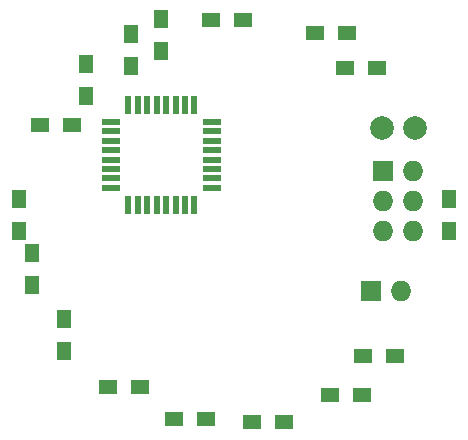
<source format=gbs>
G04 #@! TF.FileFunction,Soldermask,Bot*
%FSLAX46Y46*%
G04 Gerber Fmt 4.6, Leading zero omitted, Abs format (unit mm)*
G04 Created by KiCad (PCBNEW (2015-06-11 BZR 5731)-product) date Sun 19 Jul 2015 11:24:49 PM CEST*
%MOMM*%
G01*
G04 APERTURE LIST*
%ADD10C,0.100000*%
%ADD11R,0.550000X1.600000*%
%ADD12R,1.600000X0.550000*%
%ADD13R,1.727200X1.727200*%
%ADD14O,1.727200X1.727200*%
%ADD15C,1.998980*%
%ADD16R,1.300000X1.500000*%
%ADD17R,1.500000X1.300000*%
G04 APERTURE END LIST*
D10*
D11*
X103340000Y-72680000D03*
X104140000Y-72680000D03*
X104940000Y-72680000D03*
X105740000Y-72680000D03*
X106540000Y-72680000D03*
X107340000Y-72680000D03*
X108140000Y-72680000D03*
X108940000Y-72680000D03*
D12*
X110390000Y-74130000D03*
X110390000Y-74930000D03*
X110390000Y-75730000D03*
X110390000Y-76530000D03*
X110390000Y-77330000D03*
X110390000Y-78130000D03*
X110390000Y-78930000D03*
X110390000Y-79730000D03*
D11*
X108940000Y-81180000D03*
X108140000Y-81180000D03*
X107340000Y-81180000D03*
X106540000Y-81180000D03*
X105740000Y-81180000D03*
X104940000Y-81180000D03*
X104140000Y-81180000D03*
X103340000Y-81180000D03*
D12*
X101890000Y-79730000D03*
X101890000Y-78930000D03*
X101890000Y-78130000D03*
X101890000Y-77330000D03*
X101890000Y-76530000D03*
X101890000Y-75730000D03*
X101890000Y-74930000D03*
X101890000Y-74130000D03*
D13*
X123920000Y-88487000D03*
D14*
X126460000Y-88487000D03*
D13*
X124936000Y-78327000D03*
D14*
X127476000Y-78327000D03*
X124936000Y-80867000D03*
X127476000Y-80867000D03*
X124936000Y-83407000D03*
X127476000Y-83407000D03*
D15*
X124809000Y-74644000D03*
X127603000Y-74644000D03*
D16*
X130524000Y-80660000D03*
X130524000Y-83360000D03*
D17*
X125905000Y-93948000D03*
X123205000Y-93948000D03*
X123111000Y-97250000D03*
X120411000Y-97250000D03*
X116507000Y-99536000D03*
X113807000Y-99536000D03*
X109903000Y-99282000D03*
X107203000Y-99282000D03*
X104315000Y-96615000D03*
X101615000Y-96615000D03*
D16*
X97885000Y-93520000D03*
X97885000Y-90820000D03*
X95218000Y-87932000D03*
X95218000Y-85232000D03*
X94075000Y-83360000D03*
X94075000Y-80660000D03*
D17*
X95900000Y-74390000D03*
X98600000Y-74390000D03*
D16*
X99790000Y-69230000D03*
X99790000Y-71930000D03*
X103600000Y-66690000D03*
X103600000Y-69390000D03*
X106140000Y-65420000D03*
X106140000Y-68120000D03*
D17*
X113078000Y-65500000D03*
X110378000Y-65500000D03*
X121841000Y-66643000D03*
X119141000Y-66643000D03*
X124381000Y-69564000D03*
X121681000Y-69564000D03*
M02*

</source>
